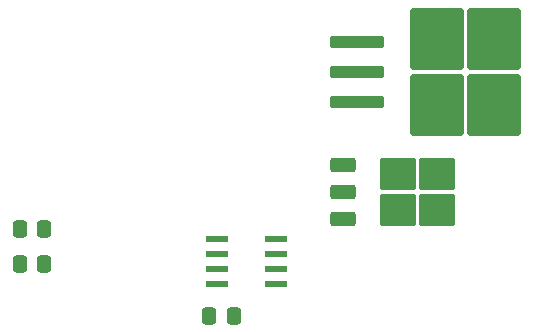
<source format=gbr>
%TF.GenerationSoftware,KiCad,Pcbnew,7.0.8*%
%TF.CreationDate,2023-11-23T11:48:21-03:00*%
%TF.ProjectId,design,64657369-676e-42e6-9b69-6361645f7063,rev?*%
%TF.SameCoordinates,Original*%
%TF.FileFunction,Paste,Top*%
%TF.FilePolarity,Positive*%
%FSLAX46Y46*%
G04 Gerber Fmt 4.6, Leading zero omitted, Abs format (unit mm)*
G04 Created by KiCad (PCBNEW 7.0.8) date 2023-11-23 11:48:21*
%MOMM*%
%LPD*%
G01*
G04 APERTURE LIST*
G04 Aperture macros list*
%AMRoundRect*
0 Rectangle with rounded corners*
0 $1 Rounding radius*
0 $2 $3 $4 $5 $6 $7 $8 $9 X,Y pos of 4 corners*
0 Add a 4 corners polygon primitive as box body*
4,1,4,$2,$3,$4,$5,$6,$7,$8,$9,$2,$3,0*
0 Add four circle primitives for the rounded corners*
1,1,$1+$1,$2,$3*
1,1,$1+$1,$4,$5*
1,1,$1+$1,$6,$7*
1,1,$1+$1,$8,$9*
0 Add four rect primitives between the rounded corners*
20,1,$1+$1,$2,$3,$4,$5,0*
20,1,$1+$1,$4,$5,$6,$7,0*
20,1,$1+$1,$6,$7,$8,$9,0*
20,1,$1+$1,$8,$9,$2,$3,0*%
G04 Aperture macros list end*
%ADD10R,1.981200X0.558800*%
%ADD11RoundRect,0.250000X-0.337500X-0.475000X0.337500X-0.475000X0.337500X0.475000X-0.337500X0.475000X0*%
%ADD12RoundRect,0.250000X-0.850000X-0.350000X0.850000X-0.350000X0.850000X0.350000X-0.850000X0.350000X0*%
%ADD13RoundRect,0.250000X-1.275000X-1.125000X1.275000X-1.125000X1.275000X1.125000X-1.275000X1.125000X0*%
%ADD14RoundRect,0.250000X-2.050000X-0.300000X2.050000X-0.300000X2.050000X0.300000X-2.050000X0.300000X0*%
%ADD15RoundRect,0.250000X-2.025000X-2.375000X2.025000X-2.375000X2.025000X2.375000X-2.025000X2.375000X0*%
G04 APERTURE END LIST*
D10*
%TO.C,U3*%
X146755800Y-96912100D03*
X146755800Y-98182100D03*
X146755800Y-99452100D03*
X146755800Y-100722100D03*
X151683400Y-100722100D03*
X151683400Y-99452100D03*
X151683400Y-98182100D03*
X151683400Y-96912100D03*
%TD*%
D11*
%TO.C,C7*%
X130005000Y-99060000D03*
X132080000Y-99060000D03*
%TD*%
%TO.C,C6*%
X130005000Y-96050000D03*
X132080000Y-96050000D03*
%TD*%
%TO.C,C5*%
X146072500Y-103400000D03*
X148147500Y-103400000D03*
%TD*%
D12*
%TO.C,U2*%
X157380000Y-90680000D03*
X157380000Y-92960000D03*
X157380000Y-95240000D03*
D13*
X165355000Y-94485000D03*
X162005000Y-91435000D03*
X165355000Y-91435000D03*
X162005000Y-94485000D03*
%TD*%
D14*
%TO.C,U1*%
X158580000Y-80220000D03*
X158580000Y-82760000D03*
X158580000Y-85300000D03*
D15*
X170155000Y-85535000D03*
X165305000Y-79985000D03*
X170155000Y-79985000D03*
X165305000Y-85535000D03*
%TD*%
M02*

</source>
